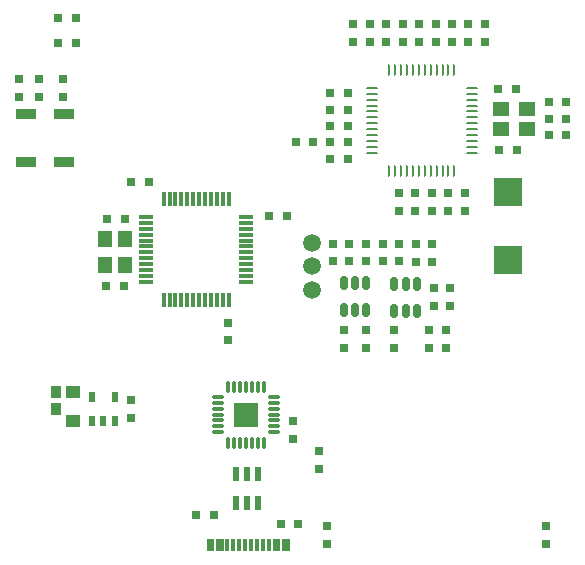
<source format=gbr>
%TF.GenerationSoftware,Altium Limited,Altium Designer,20.0.12 (288)*%
G04 Layer_Color=8421504*
%FSLAX45Y45*%
%MOMM*%
%TF.FileFunction,Paste,Top*%
%TF.Part,Single*%
G01*
G75*
%TA.AperFunction,SMDPad,CuDef*%
G04:AMPARAMS|DCode=10|XSize=0.6mm|YSize=1.2mm|CornerRadius=0.15mm|HoleSize=0mm|Usage=FLASHONLY|Rotation=0.000|XOffset=0mm|YOffset=0mm|HoleType=Round|Shape=RoundedRectangle|*
%AMROUNDEDRECTD10*
21,1,0.60000,0.90000,0,0,0.0*
21,1,0.30000,1.20000,0,0,0.0*
1,1,0.30000,0.15000,-0.45000*
1,1,0.30000,-0.15000,-0.45000*
1,1,0.30000,-0.15000,0.45000*
1,1,0.30000,0.15000,0.45000*
%
%ADD10ROUNDEDRECTD10*%
%ADD11R,1.20000X1.40000*%
%ADD12R,0.80000X0.80000*%
%ADD13R,0.80000X0.80000*%
%ADD14R,0.97000X1.00000*%
%ADD15R,1.70000X0.90000*%
G04:AMPARAMS|DCode=16|XSize=1.21mm|YSize=0.59mm|CornerRadius=0.07375mm|HoleSize=0mm|Usage=FLASHONLY|Rotation=90.000|XOffset=0mm|YOffset=0mm|HoleType=Round|Shape=RoundedRectangle|*
%AMROUNDEDRECTD16*
21,1,1.21000,0.44250,0,0,90.0*
21,1,1.06250,0.59000,0,0,90.0*
1,1,0.14750,0.22125,0.53125*
1,1,0.14750,0.22125,-0.53125*
1,1,0.14750,-0.22125,-0.53125*
1,1,0.14750,-0.22125,0.53125*
%
%ADD16ROUNDEDRECTD16*%
%ADD17C,1.50000*%
%TA.AperFunction,ConnectorPad*%
%ADD18R,0.30000X1.14000*%
%TA.AperFunction,SMDPad,CuDef*%
G04:AMPARAMS|DCode=19|XSize=0.97mm|YSize=0.26mm|CornerRadius=0.0325mm|HoleSize=0mm|Usage=FLASHONLY|Rotation=180.000|XOffset=0mm|YOffset=0mm|HoleType=Round|Shape=RoundedRectangle|*
%AMROUNDEDRECTD19*
21,1,0.97000,0.19500,0,0,180.0*
21,1,0.90500,0.26000,0,0,180.0*
1,1,0.06500,-0.45250,0.09750*
1,1,0.06500,0.45250,0.09750*
1,1,0.06500,0.45250,-0.09750*
1,1,0.06500,-0.45250,-0.09750*
%
%ADD19ROUNDEDRECTD19*%
G04:AMPARAMS|DCode=20|XSize=0.97mm|YSize=0.26mm|CornerRadius=0.0325mm|HoleSize=0mm|Usage=FLASHONLY|Rotation=90.000|XOffset=0mm|YOffset=0mm|HoleType=Round|Shape=RoundedRectangle|*
%AMROUNDEDRECTD20*
21,1,0.97000,0.19500,0,0,90.0*
21,1,0.90500,0.26000,0,0,90.0*
1,1,0.06500,0.09750,0.45250*
1,1,0.06500,0.09750,-0.45250*
1,1,0.06500,-0.09750,-0.45250*
1,1,0.06500,-0.09750,0.45250*
%
%ADD20ROUNDEDRECTD20*%
%ADD22R,2.40000X2.40000*%
G04:AMPARAMS|DCode=23|XSize=0.24mm|YSize=1mm|CornerRadius=0.06mm|HoleSize=0mm|Usage=FLASHONLY|Rotation=0.000|XOffset=0mm|YOffset=0mm|HoleType=Round|Shape=RoundedRectangle|*
%AMROUNDEDRECTD23*
21,1,0.24000,0.88000,0,0,0.0*
21,1,0.12000,1.00000,0,0,0.0*
1,1,0.12000,0.06000,-0.44000*
1,1,0.12000,-0.06000,-0.44000*
1,1,0.12000,-0.06000,0.44000*
1,1,0.12000,0.06000,0.44000*
%
%ADD23ROUNDEDRECTD23*%
G04:AMPARAMS|DCode=24|XSize=0.24mm|YSize=1mm|CornerRadius=0.06mm|HoleSize=0mm|Usage=FLASHONLY|Rotation=90.000|XOffset=0mm|YOffset=0mm|HoleType=Round|Shape=RoundedRectangle|*
%AMROUNDEDRECTD24*
21,1,0.24000,0.88000,0,0,90.0*
21,1,0.12000,1.00000,0,0,90.0*
1,1,0.12000,0.44000,0.06000*
1,1,0.12000,0.44000,-0.06000*
1,1,0.12000,-0.44000,-0.06000*
1,1,0.12000,-0.44000,0.06000*
%
%ADD24ROUNDEDRECTD24*%
%ADD25R,1.40000X1.20000*%
%ADD26R,0.60000X0.90000*%
%ADD27R,1.20000X0.30000*%
%ADD28R,0.30000X1.20000*%
%ADD29R,1.30000X1.00000*%
%ADD63R,2.00000X2.00000*%
D10*
X16335001Y5365000D02*
D03*
X16430000D02*
D03*
X16525000D02*
D03*
Y5135000D02*
D03*
X16430000D02*
D03*
X16335001D02*
D03*
X15905000Y5142500D02*
D03*
X16000000D02*
D03*
X16095000D02*
D03*
Y5372500D02*
D03*
X16000000D02*
D03*
X15905000D02*
D03*
D11*
X13887500Y5740000D02*
D03*
Y5520000D02*
D03*
X14057500D02*
D03*
Y5740000D02*
D03*
D12*
X13897501Y5350000D02*
D03*
X14047501D02*
D03*
X13902499Y5912500D02*
D03*
X14052499D02*
D03*
X15522501Y3330000D02*
D03*
X15372501D02*
D03*
X14807500Y3407500D02*
D03*
X14657500D02*
D03*
X13639999Y7400000D02*
D03*
X13489999D02*
D03*
Y7615000D02*
D03*
X13639999D02*
D03*
X15789999Y6702500D02*
D03*
X15939999D02*
D03*
X15789999Y6980000D02*
D03*
X15939999D02*
D03*
X17370000Y6495000D02*
D03*
X17220000D02*
D03*
X15789999Y6565000D02*
D03*
X15939999D02*
D03*
X15500000D02*
D03*
X15650000D02*
D03*
X17212500Y7012500D02*
D03*
X17362500D02*
D03*
X15789999Y6425000D02*
D03*
X15939999D02*
D03*
X17792500Y6760000D02*
D03*
X17642500D02*
D03*
X15789999Y6840000D02*
D03*
X15939999D02*
D03*
X17792500Y6900000D02*
D03*
X17642500D02*
D03*
X17642500Y6622500D02*
D03*
X17792500D02*
D03*
X14107500Y6227500D02*
D03*
X14257500D02*
D03*
X15425301Y5936700D02*
D03*
X15275301D02*
D03*
D13*
X15905000Y4822500D02*
D03*
Y4972500D02*
D03*
X16372501Y5980000D02*
D03*
Y6130000D02*
D03*
X13154700Y6950000D02*
D03*
Y7100000D02*
D03*
X13532201Y7097500D02*
D03*
Y6947500D02*
D03*
X13327200Y7100000D02*
D03*
Y6950000D02*
D03*
X15480000Y4055000D02*
D03*
Y4205000D02*
D03*
X16667500Y5177500D02*
D03*
Y5327500D02*
D03*
X16655000Y5702500D02*
D03*
Y5552500D02*
D03*
X16514999D02*
D03*
Y5702500D02*
D03*
X16237500Y5705000D02*
D03*
Y5555000D02*
D03*
X16632500Y4970000D02*
D03*
Y4820000D02*
D03*
X16772501D02*
D03*
Y4970000D02*
D03*
X15762500Y3312500D02*
D03*
Y3162500D02*
D03*
X15812500Y5555000D02*
D03*
Y5705000D02*
D03*
X16652499Y5980000D02*
D03*
Y6130000D02*
D03*
X15695000Y3795000D02*
D03*
Y3945000D02*
D03*
X16512500Y5980000D02*
D03*
Y6130000D02*
D03*
X16095000Y4822500D02*
D03*
Y4972500D02*
D03*
X16792500Y5980000D02*
D03*
Y6130000D02*
D03*
X16932500Y5980000D02*
D03*
Y6130000D02*
D03*
X17622501Y3310000D02*
D03*
Y3160000D02*
D03*
X17102499Y7412500D02*
D03*
Y7562499D02*
D03*
X16962500Y7412500D02*
D03*
Y7562499D02*
D03*
X16825000Y7412500D02*
D03*
Y7562499D02*
D03*
X16547501Y7412500D02*
D03*
Y7562499D02*
D03*
X16407401Y7411600D02*
D03*
Y7561600D02*
D03*
X16267700Y7411600D02*
D03*
Y7561600D02*
D03*
X16128000Y7411600D02*
D03*
Y7561600D02*
D03*
X15988300Y7411600D02*
D03*
Y7561600D02*
D03*
X16685001Y7412500D02*
D03*
Y7562499D02*
D03*
X16332500Y4972500D02*
D03*
Y4822500D02*
D03*
X16807500Y5177500D02*
D03*
Y5327500D02*
D03*
X15952499Y5705000D02*
D03*
Y5555000D02*
D03*
X16375000Y5705000D02*
D03*
Y5555000D02*
D03*
X16095000Y5555000D02*
D03*
Y5705000D02*
D03*
X14930000Y4885000D02*
D03*
Y5035000D02*
D03*
X14110001Y4227500D02*
D03*
Y4377500D02*
D03*
D14*
X13470000Y4452500D02*
D03*
Y4305500D02*
D03*
D15*
X13214700Y6395000D02*
D03*
Y6805000D02*
D03*
X13534700Y6395000D02*
D03*
Y6805000D02*
D03*
D16*
X14995000Y3507500D02*
D03*
X15089999D02*
D03*
X15185001D02*
D03*
Y3758500D02*
D03*
X15089999D02*
D03*
X14995000D02*
D03*
D17*
X15635001Y5712500D02*
D03*
Y5512500D02*
D03*
Y5310000D02*
D03*
D18*
X15072200Y3155000D02*
D03*
X15022200D02*
D03*
X14972200D02*
D03*
X14922200D02*
D03*
X14872200D02*
D03*
X14842200D02*
D03*
X14792200D02*
D03*
X14762199D02*
D03*
X15122200D02*
D03*
X15172200D02*
D03*
X15222200D02*
D03*
X15272200D02*
D03*
X15322200D02*
D03*
X15352200D02*
D03*
X15402200D02*
D03*
X15432201D02*
D03*
D19*
X15317000Y4107500D02*
D03*
Y4157500D02*
D03*
Y4207500D02*
D03*
Y4257500D02*
D03*
Y4307500D02*
D03*
Y4357500D02*
D03*
Y4407500D02*
D03*
X14842999D02*
D03*
Y4357500D02*
D03*
Y4307500D02*
D03*
Y4257500D02*
D03*
Y4207500D02*
D03*
Y4157500D02*
D03*
Y4107500D02*
D03*
D20*
X14930000Y4020500D02*
D03*
X14980000D02*
D03*
X15030000D02*
D03*
X15080000D02*
D03*
X15130000D02*
D03*
X15180000D02*
D03*
X15230000D02*
D03*
Y4494500D02*
D03*
X15180000D02*
D03*
X15130000D02*
D03*
X15080000D02*
D03*
X15030000D02*
D03*
X14980000D02*
D03*
X14930000D02*
D03*
D22*
X17300000Y5562500D02*
D03*
Y6142500D02*
D03*
D23*
X16293903Y7173699D02*
D03*
X16343903D02*
D03*
X16393901D02*
D03*
X16443901D02*
D03*
X16493901D02*
D03*
X16543901D02*
D03*
X16593901D02*
D03*
X16643901D02*
D03*
X16693901D02*
D03*
X16743901D02*
D03*
X16793901D02*
D03*
X16843901D02*
D03*
Y6323701D02*
D03*
X16793901D02*
D03*
X16743901D02*
D03*
X16693901D02*
D03*
X16643901D02*
D03*
X16593901D02*
D03*
X16543901D02*
D03*
X16493901D02*
D03*
X16443901D02*
D03*
X16393901D02*
D03*
X16343903D02*
D03*
X16293903D02*
D03*
D24*
X16993900Y7023699D02*
D03*
Y6973700D02*
D03*
Y6923700D02*
D03*
Y6873700D02*
D03*
Y6823700D02*
D03*
Y6773700D02*
D03*
Y6723700D02*
D03*
Y6673700D02*
D03*
Y6623700D02*
D03*
Y6573700D02*
D03*
Y6523700D02*
D03*
Y6473701D02*
D03*
X16143903D02*
D03*
Y6523700D02*
D03*
Y6573700D02*
D03*
Y6623700D02*
D03*
Y6673700D02*
D03*
Y6723700D02*
D03*
Y6773700D02*
D03*
Y6823700D02*
D03*
Y6873700D02*
D03*
Y6923700D02*
D03*
Y6973700D02*
D03*
Y7023699D02*
D03*
D25*
X17235001Y6677500D02*
D03*
X17455000D02*
D03*
Y6847500D02*
D03*
X17235001D02*
D03*
D26*
X13967500Y4402500D02*
D03*
X13777499D02*
D03*
Y4202500D02*
D03*
X13967500D02*
D03*
X13872501D02*
D03*
D27*
X14232401Y5931099D02*
D03*
Y5881099D02*
D03*
Y5831100D02*
D03*
Y5781100D02*
D03*
Y5731100D02*
D03*
Y5681100D02*
D03*
Y5631100D02*
D03*
Y5581100D02*
D03*
Y5531100D02*
D03*
Y5481100D02*
D03*
Y5431100D02*
D03*
Y5381100D02*
D03*
X15082401D02*
D03*
Y5431100D02*
D03*
Y5481100D02*
D03*
Y5531100D02*
D03*
Y5581100D02*
D03*
Y5631100D02*
D03*
Y5681100D02*
D03*
Y5731100D02*
D03*
Y5781100D02*
D03*
Y5831100D02*
D03*
Y5881099D02*
D03*
Y5931099D02*
D03*
D28*
X14382401Y5231101D02*
D03*
X14432401D02*
D03*
X14482401D02*
D03*
X14532401D02*
D03*
X14582401D02*
D03*
X14632401D02*
D03*
X14682401D02*
D03*
X14732401D02*
D03*
X14782401D02*
D03*
X14832401D02*
D03*
X14882401D02*
D03*
X14932401D02*
D03*
Y6081099D02*
D03*
X14882401D02*
D03*
X14832401D02*
D03*
X14782401D02*
D03*
X14732401D02*
D03*
X14682401D02*
D03*
X14632401D02*
D03*
X14582401D02*
D03*
X14532401D02*
D03*
X14482401D02*
D03*
X14432401D02*
D03*
X14382401D02*
D03*
D29*
X13617500Y4450000D02*
D03*
Y4200000D02*
D03*
D63*
X15080000Y4257500D02*
D03*
%TF.MD5,b55db2a13f1190b049625578f9513d48*%
M02*

</source>
